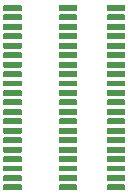
<source format=gbr>
%TF.GenerationSoftware,Altium Limited,Altium Designer,25.4.2 (15)*%
G04 Layer_Color=128*
%FSLAX45Y45*%
%MOMM*%
%TF.SameCoordinates,CEB5D3C2-0C51-4B95-AE11-DBC00170FBBE*%
%TF.FilePolarity,Positive*%
%TF.FileFunction,Paste,Bot*%
%TF.Part,Single*%
G01*
G75*
G36*
X1260579Y1333098D02*
X1264096Y1329582D01*
X1265999Y1324988D01*
Y1322502D01*
Y1297502D01*
Y1295015D01*
X1264096Y1290421D01*
X1260579Y1286905D01*
X1255985Y1285002D01*
X1116012D01*
X1111418Y1286905D01*
X1107902Y1290421D01*
X1105999Y1295015D01*
Y1297502D01*
Y1322502D01*
Y1324988D01*
X1107902Y1329582D01*
X1111418Y1333098D01*
X1116012Y1335002D01*
X1255985D01*
X1260579Y1333098D01*
D02*
G37*
G36*
X854579D02*
X858096Y1329582D01*
X859999Y1324988D01*
Y1322502D01*
Y1297502D01*
Y1295015D01*
X858096Y1290421D01*
X854579Y1286905D01*
X849985Y1285002D01*
X710012D01*
X705418Y1286905D01*
X701902Y1290421D01*
X699999Y1295015D01*
Y1297502D01*
Y1322502D01*
Y1324988D01*
X701902Y1329582D01*
X705418Y1333098D01*
X710012Y1335002D01*
X849985D01*
X854579Y1333098D01*
D02*
G37*
G36*
X384581Y1333097D02*
X388097Y1329581D01*
X390000Y1324986D01*
Y1322500D01*
Y1297500D01*
Y1295014D01*
X388097Y1290419D01*
X384581Y1286903D01*
X379986Y1285000D01*
X240013D01*
X235419Y1286903D01*
X231903Y1290419D01*
X230000Y1295014D01*
Y1297500D01*
Y1322500D01*
Y1324986D01*
X231903Y1329581D01*
X235419Y1333097D01*
X240013Y1335000D01*
X379986D01*
X384581Y1333097D01*
D02*
G37*
G36*
X1260579Y1253098D02*
X1264096Y1249582D01*
X1265999Y1244988D01*
Y1242502D01*
Y1217502D01*
Y1215015D01*
X1264096Y1210421D01*
X1260579Y1206905D01*
X1255985Y1205002D01*
X1116012D01*
X1111418Y1206905D01*
X1107902Y1210421D01*
X1105999Y1215015D01*
Y1217502D01*
Y1242502D01*
Y1244988D01*
X1107902Y1249582D01*
X1111418Y1253098D01*
X1116012Y1255002D01*
X1255985D01*
X1260579Y1253098D01*
D02*
G37*
G36*
X854579D02*
X858096Y1249582D01*
X859999Y1244988D01*
Y1242502D01*
Y1217502D01*
Y1215015D01*
X858096Y1210421D01*
X854579Y1206905D01*
X849985Y1205002D01*
X710012D01*
X705418Y1206905D01*
X701902Y1210421D01*
X699999Y1215015D01*
Y1217502D01*
Y1242502D01*
Y1244988D01*
X701902Y1249582D01*
X705418Y1253098D01*
X710012Y1255002D01*
X849985D01*
X854579Y1253098D01*
D02*
G37*
G36*
X384581Y1253097D02*
X388097Y1249581D01*
X390000Y1244986D01*
Y1242500D01*
Y1217500D01*
Y1215014D01*
X388097Y1210419D01*
X384581Y1206903D01*
X379986Y1205000D01*
X240013D01*
X235419Y1206903D01*
X231903Y1210419D01*
X230000Y1215014D01*
Y1217500D01*
Y1242500D01*
Y1244986D01*
X231903Y1249581D01*
X235419Y1253097D01*
X240013Y1255000D01*
X379986D01*
X384581Y1253097D01*
D02*
G37*
G36*
X1260579Y1173098D02*
X1264096Y1169582D01*
X1265999Y1164988D01*
Y1162502D01*
Y1137501D01*
Y1135015D01*
X1264096Y1130421D01*
X1260579Y1126905D01*
X1255985Y1125002D01*
X1116012D01*
X1111418Y1126905D01*
X1107902Y1130421D01*
X1105999Y1135015D01*
Y1137501D01*
Y1162502D01*
Y1164988D01*
X1107902Y1169582D01*
X1111418Y1173098D01*
X1116012Y1175001D01*
X1255985D01*
X1260579Y1173098D01*
D02*
G37*
G36*
X854579D02*
X858096Y1169582D01*
X859999Y1164988D01*
Y1162502D01*
Y1137501D01*
Y1135015D01*
X858096Y1130421D01*
X854579Y1126905D01*
X849985Y1125002D01*
X710012D01*
X705418Y1126905D01*
X701902Y1130421D01*
X699999Y1135015D01*
Y1137501D01*
Y1162502D01*
Y1164988D01*
X701902Y1169582D01*
X705418Y1173098D01*
X710012Y1175001D01*
X849985D01*
X854579Y1173098D01*
D02*
G37*
G36*
X384581Y1173097D02*
X388097Y1169581D01*
X390000Y1164986D01*
Y1162500D01*
Y1137500D01*
Y1135013D01*
X388097Y1130419D01*
X384581Y1126903D01*
X379986Y1125000D01*
X240013D01*
X235419Y1126903D01*
X231903Y1130419D01*
X230000Y1135013D01*
Y1137500D01*
Y1162500D01*
Y1164986D01*
X231903Y1169581D01*
X235419Y1173097D01*
X240013Y1175000D01*
X379986D01*
X384581Y1173097D01*
D02*
G37*
G36*
X1260579Y1093098D02*
X1264096Y1089582D01*
X1265999Y1084988D01*
Y1082502D01*
Y1057502D01*
Y1055015D01*
X1264096Y1050421D01*
X1260579Y1046905D01*
X1255985Y1045002D01*
X1116012D01*
X1111418Y1046905D01*
X1107902Y1050421D01*
X1105999Y1055015D01*
Y1057502D01*
Y1082502D01*
Y1084988D01*
X1107902Y1089582D01*
X1111418Y1093098D01*
X1116012Y1095002D01*
X1255985D01*
X1260579Y1093098D01*
D02*
G37*
G36*
X854579D02*
X858096Y1089582D01*
X859999Y1084988D01*
Y1082502D01*
Y1057502D01*
Y1055015D01*
X858096Y1050421D01*
X854579Y1046905D01*
X849985Y1045002D01*
X710012D01*
X705418Y1046905D01*
X701902Y1050421D01*
X699999Y1055015D01*
Y1057502D01*
Y1082502D01*
Y1084988D01*
X701902Y1089582D01*
X705418Y1093098D01*
X710012Y1095002D01*
X849985D01*
X854579Y1093098D01*
D02*
G37*
G36*
X384581Y1093097D02*
X388097Y1089581D01*
X390000Y1084986D01*
Y1082500D01*
Y1057500D01*
Y1055014D01*
X388097Y1050419D01*
X384581Y1046903D01*
X379986Y1045000D01*
X240013D01*
X235419Y1046903D01*
X231903Y1050419D01*
X230000Y1055014D01*
Y1057500D01*
Y1082500D01*
Y1084986D01*
X231903Y1089581D01*
X235419Y1093097D01*
X240013Y1095000D01*
X379986D01*
X384581Y1093097D01*
D02*
G37*
G36*
X1260579Y1013098D02*
X1264096Y1009582D01*
X1265999Y1004988D01*
Y1002502D01*
Y977501D01*
Y975015D01*
X1264096Y970421D01*
X1260579Y966905D01*
X1255985Y965002D01*
X1116012D01*
X1111418Y966905D01*
X1107902Y970421D01*
X1105999Y975015D01*
Y977501D01*
Y1002502D01*
Y1004988D01*
X1107902Y1009582D01*
X1111418Y1013098D01*
X1116012Y1015002D01*
X1255985D01*
X1260579Y1013098D01*
D02*
G37*
G36*
X854579D02*
X858096Y1009582D01*
X859999Y1004988D01*
Y1002502D01*
Y977501D01*
Y975015D01*
X858096Y970421D01*
X854579Y966905D01*
X849985Y965002D01*
X710012D01*
X705418Y966905D01*
X701902Y970421D01*
X699999Y975015D01*
Y977501D01*
Y1002502D01*
Y1004988D01*
X701902Y1009582D01*
X705418Y1013098D01*
X710012Y1015002D01*
X849985D01*
X854579Y1013098D01*
D02*
G37*
G36*
X384581Y1013097D02*
X388097Y1009581D01*
X390000Y1004986D01*
Y1002500D01*
Y977500D01*
Y975014D01*
X388097Y970419D01*
X384581Y966903D01*
X379986Y965000D01*
X240013D01*
X235419Y966903D01*
X231903Y970419D01*
X230000Y975014D01*
Y977500D01*
Y1002500D01*
Y1004986D01*
X231903Y1009581D01*
X235419Y1013097D01*
X240013Y1015000D01*
X379986D01*
X384581Y1013097D01*
D02*
G37*
G36*
X1260579Y933098D02*
X1264096Y929582D01*
X1265999Y924988D01*
Y922502D01*
Y897501D01*
Y895015D01*
X1264096Y890421D01*
X1260579Y886904D01*
X1255985Y885002D01*
X1116012D01*
X1111418Y886904D01*
X1107902Y890421D01*
X1105999Y895015D01*
Y897501D01*
Y922502D01*
Y924988D01*
X1107902Y929582D01*
X1111418Y933098D01*
X1116012Y935001D01*
X1255985D01*
X1260579Y933098D01*
D02*
G37*
G36*
X854579D02*
X858096Y929582D01*
X859999Y924988D01*
Y922502D01*
Y897501D01*
Y895015D01*
X858096Y890421D01*
X854579Y886904D01*
X849985Y885002D01*
X710012D01*
X705418Y886904D01*
X701902Y890421D01*
X699999Y895015D01*
Y897501D01*
Y922502D01*
Y924988D01*
X701902Y929582D01*
X705418Y933098D01*
X710012Y935001D01*
X849985D01*
X854579Y933098D01*
D02*
G37*
G36*
X384581Y933097D02*
X388097Y929581D01*
X390000Y924986D01*
Y922500D01*
Y897500D01*
Y895013D01*
X388097Y890419D01*
X384581Y886903D01*
X379986Y885000D01*
X240013D01*
X235419Y886903D01*
X231903Y890419D01*
X230000Y895013D01*
Y897500D01*
Y922500D01*
Y924986D01*
X231903Y929581D01*
X235419Y933097D01*
X240013Y935000D01*
X379986D01*
X384581Y933097D01*
D02*
G37*
G36*
X1260579Y853098D02*
X1264096Y849582D01*
X1265999Y844988D01*
Y842502D01*
Y817502D01*
Y815015D01*
X1264096Y810421D01*
X1260579Y806905D01*
X1255985Y805002D01*
X1116012D01*
X1111418Y806905D01*
X1107902Y810421D01*
X1105999Y815015D01*
Y817502D01*
Y842502D01*
Y844988D01*
X1107902Y849582D01*
X1111418Y853098D01*
X1116012Y855002D01*
X1255985D01*
X1260579Y853098D01*
D02*
G37*
G36*
X854579D02*
X858096Y849582D01*
X859999Y844988D01*
Y842502D01*
Y817502D01*
Y815015D01*
X858096Y810421D01*
X854579Y806905D01*
X849985Y805002D01*
X710012D01*
X705418Y806905D01*
X701902Y810421D01*
X699999Y815015D01*
Y817502D01*
Y842502D01*
Y844988D01*
X701902Y849582D01*
X705418Y853098D01*
X710012Y855002D01*
X849985D01*
X854579Y853098D01*
D02*
G37*
G36*
X384581Y853097D02*
X388097Y849581D01*
X390000Y844986D01*
Y842500D01*
Y817500D01*
Y815014D01*
X388097Y810419D01*
X384581Y806903D01*
X379986Y805000D01*
X240013D01*
X235419Y806903D01*
X231903Y810419D01*
X230000Y815014D01*
Y817500D01*
Y842500D01*
Y844986D01*
X231903Y849581D01*
X235419Y853097D01*
X240013Y855000D01*
X379986D01*
X384581Y853097D01*
D02*
G37*
G36*
X1260579Y773099D02*
X1264096Y769582D01*
X1265999Y764988D01*
Y762502D01*
Y737502D01*
Y735015D01*
X1264096Y730421D01*
X1260579Y726905D01*
X1255985Y725002D01*
X1116012D01*
X1111418Y726905D01*
X1107902Y730421D01*
X1105999Y735015D01*
Y737502D01*
Y762502D01*
Y764988D01*
X1107902Y769582D01*
X1111418Y773099D01*
X1116012Y775002D01*
X1255985D01*
X1260579Y773099D01*
D02*
G37*
G36*
X854579D02*
X858096Y769582D01*
X859999Y764988D01*
Y762502D01*
Y737502D01*
Y735015D01*
X858096Y730421D01*
X854579Y726905D01*
X849985Y725002D01*
X710012D01*
X705418Y726905D01*
X701902Y730421D01*
X699999Y735015D01*
Y737502D01*
Y762502D01*
Y764988D01*
X701902Y769582D01*
X705418Y773099D01*
X710012Y775002D01*
X849985D01*
X854579Y773099D01*
D02*
G37*
G36*
X384581Y773097D02*
X388097Y769581D01*
X390000Y764987D01*
Y762500D01*
Y737500D01*
Y735014D01*
X388097Y730419D01*
X384581Y726903D01*
X379986Y725000D01*
X240013D01*
X235419Y726903D01*
X231903Y730419D01*
X230000Y735014D01*
Y737500D01*
Y762500D01*
Y764987D01*
X231903Y769581D01*
X235419Y773097D01*
X240013Y775000D01*
X379986D01*
X384581Y773097D01*
D02*
G37*
G36*
X1260579Y693098D02*
X1264096Y689582D01*
X1265999Y684988D01*
Y682502D01*
Y657501D01*
Y655015D01*
X1264096Y650421D01*
X1260579Y646904D01*
X1255985Y645002D01*
X1116012D01*
X1111418Y646904D01*
X1107902Y650421D01*
X1105999Y655015D01*
Y657501D01*
Y682502D01*
Y684988D01*
X1107902Y689582D01*
X1111418Y693098D01*
X1116012Y695001D01*
X1255985D01*
X1260579Y693098D01*
D02*
G37*
G36*
X854579D02*
X858096Y689582D01*
X859999Y684988D01*
Y682502D01*
Y657501D01*
Y655015D01*
X858096Y650421D01*
X854579Y646904D01*
X849985Y645002D01*
X710012D01*
X705418Y646904D01*
X701902Y650421D01*
X699999Y655015D01*
Y657501D01*
Y682502D01*
Y684988D01*
X701902Y689582D01*
X705418Y693098D01*
X710012Y695001D01*
X849985D01*
X854579Y693098D01*
D02*
G37*
G36*
X384581Y693097D02*
X388097Y689581D01*
X390000Y684986D01*
Y682500D01*
Y657500D01*
Y655013D01*
X388097Y650419D01*
X384581Y646903D01*
X379986Y645000D01*
X240013D01*
X235419Y646903D01*
X231903Y650419D01*
X230000Y655013D01*
Y657500D01*
Y682500D01*
Y684986D01*
X231903Y689581D01*
X235419Y693097D01*
X240013Y695000D01*
X379986D01*
X384581Y693097D01*
D02*
G37*
G36*
X1260579Y613098D02*
X1264096Y609582D01*
X1265999Y604988D01*
Y602502D01*
Y577502D01*
Y575015D01*
X1264096Y570421D01*
X1260579Y566905D01*
X1255985Y565002D01*
X1116012D01*
X1111418Y566905D01*
X1107902Y570421D01*
X1105999Y575015D01*
Y577502D01*
Y602502D01*
Y604988D01*
X1107902Y609582D01*
X1111418Y613098D01*
X1116012Y615002D01*
X1255985D01*
X1260579Y613098D01*
D02*
G37*
G36*
X854579D02*
X858096Y609582D01*
X859999Y604988D01*
Y602502D01*
Y577502D01*
Y575015D01*
X858096Y570421D01*
X854579Y566905D01*
X849985Y565002D01*
X710012D01*
X705418Y566905D01*
X701902Y570421D01*
X699999Y575015D01*
Y577502D01*
Y602502D01*
Y604988D01*
X701902Y609582D01*
X705418Y613098D01*
X710012Y615002D01*
X849985D01*
X854579Y613098D01*
D02*
G37*
G36*
X384581Y613097D02*
X388097Y609581D01*
X390000Y604986D01*
Y602500D01*
Y577500D01*
Y575014D01*
X388097Y570419D01*
X384581Y566903D01*
X379986Y565000D01*
X240013D01*
X235419Y566903D01*
X231903Y570419D01*
X230000Y575014D01*
Y577500D01*
Y602500D01*
Y604986D01*
X231903Y609581D01*
X235419Y613097D01*
X240013Y615000D01*
X379986D01*
X384581Y613097D01*
D02*
G37*
G36*
X1260579Y2133098D02*
X1264096Y2129582D01*
X1265999Y2124988D01*
Y2122502D01*
Y2097502D01*
Y2095015D01*
X1264096Y2090421D01*
X1260579Y2086905D01*
X1255985Y2085002D01*
X1116012D01*
X1111418Y2086905D01*
X1107902Y2090421D01*
X1105999Y2095015D01*
Y2097502D01*
Y2122502D01*
Y2124988D01*
X1107902Y2129582D01*
X1111418Y2133098D01*
X1116012Y2135002D01*
X1255985D01*
X1260579Y2133098D01*
D02*
G37*
G36*
X854579D02*
X858096Y2129582D01*
X859999Y2124988D01*
Y2122502D01*
Y2097502D01*
Y2095015D01*
X858096Y2090421D01*
X854579Y2086905D01*
X849985Y2085002D01*
X710012D01*
X705418Y2086905D01*
X701902Y2090421D01*
X699999Y2095015D01*
Y2097502D01*
Y2122502D01*
Y2124988D01*
X701902Y2129582D01*
X705418Y2133098D01*
X710012Y2135002D01*
X849985D01*
X854579Y2133098D01*
D02*
G37*
G36*
X384581Y2133097D02*
X388097Y2129581D01*
X390000Y2124986D01*
Y2122500D01*
Y2097500D01*
Y2095014D01*
X388097Y2090419D01*
X384581Y2086903D01*
X379986Y2085000D01*
X240013D01*
X235419Y2086903D01*
X231903Y2090419D01*
X230000Y2095014D01*
Y2097500D01*
Y2122500D01*
Y2124986D01*
X231903Y2129581D01*
X235419Y2133097D01*
X240013Y2135000D01*
X379986D01*
X384581Y2133097D01*
D02*
G37*
G36*
X1260579Y2053098D02*
X1264096Y2049582D01*
X1265999Y2044988D01*
Y2042502D01*
Y2017501D01*
Y2015015D01*
X1264096Y2010421D01*
X1260579Y2006905D01*
X1255985Y2005002D01*
X1116012D01*
X1111418Y2006905D01*
X1107902Y2010421D01*
X1105999Y2015015D01*
Y2017501D01*
Y2042502D01*
Y2044988D01*
X1107902Y2049582D01*
X1111418Y2053098D01*
X1116012Y2055001D01*
X1255985D01*
X1260579Y2053098D01*
D02*
G37*
G36*
X854579D02*
X858096Y2049582D01*
X859999Y2044988D01*
Y2042502D01*
Y2017501D01*
Y2015015D01*
X858096Y2010421D01*
X854579Y2006905D01*
X849985Y2005002D01*
X710012D01*
X705418Y2006905D01*
X701902Y2010421D01*
X699999Y2015015D01*
Y2017501D01*
Y2042502D01*
Y2044988D01*
X701902Y2049582D01*
X705418Y2053098D01*
X710012Y2055001D01*
X849985D01*
X854579Y2053098D01*
D02*
G37*
G36*
X384581Y2053097D02*
X388097Y2049581D01*
X390000Y2044986D01*
Y2042500D01*
Y2017500D01*
Y2015013D01*
X388097Y2010419D01*
X384581Y2006903D01*
X379986Y2005000D01*
X240013D01*
X235419Y2006903D01*
X231903Y2010419D01*
X230000Y2015013D01*
Y2017500D01*
Y2042500D01*
Y2044986D01*
X231903Y2049581D01*
X235419Y2053097D01*
X240013Y2055000D01*
X379986D01*
X384581Y2053097D01*
D02*
G37*
G36*
X1260579Y1973098D02*
X1264096Y1969582D01*
X1265999Y1964988D01*
Y1962502D01*
Y1937502D01*
Y1935015D01*
X1264096Y1930421D01*
X1260579Y1926905D01*
X1255985Y1925002D01*
X1116012D01*
X1111418Y1926905D01*
X1107902Y1930421D01*
X1105999Y1935015D01*
Y1937502D01*
Y1962502D01*
Y1964988D01*
X1107902Y1969582D01*
X1111418Y1973098D01*
X1116012Y1975002D01*
X1255985D01*
X1260579Y1973098D01*
D02*
G37*
G36*
X854579D02*
X858096Y1969582D01*
X859999Y1964988D01*
Y1962502D01*
Y1937502D01*
Y1935015D01*
X858096Y1930421D01*
X854579Y1926905D01*
X849985Y1925002D01*
X710012D01*
X705418Y1926905D01*
X701902Y1930421D01*
X699999Y1935015D01*
Y1937502D01*
Y1962502D01*
Y1964988D01*
X701902Y1969582D01*
X705418Y1973098D01*
X710012Y1975002D01*
X849985D01*
X854579Y1973098D01*
D02*
G37*
G36*
X384581Y1973097D02*
X388097Y1969581D01*
X390000Y1964986D01*
Y1962500D01*
Y1937500D01*
Y1935014D01*
X388097Y1930419D01*
X384581Y1926903D01*
X379986Y1925000D01*
X240013D01*
X235419Y1926903D01*
X231903Y1930419D01*
X230000Y1935014D01*
Y1937500D01*
Y1962500D01*
Y1964986D01*
X231903Y1969581D01*
X235419Y1973097D01*
X240013Y1975000D01*
X379986D01*
X384581Y1973097D01*
D02*
G37*
G36*
X1260579Y1893098D02*
X1264096Y1889582D01*
X1265999Y1884988D01*
Y1882502D01*
Y1857501D01*
Y1855015D01*
X1264096Y1850421D01*
X1260579Y1846905D01*
X1255985Y1845002D01*
X1116012D01*
X1111418Y1846905D01*
X1107902Y1850421D01*
X1105999Y1855015D01*
Y1857501D01*
Y1882502D01*
Y1884988D01*
X1107902Y1889582D01*
X1111418Y1893098D01*
X1116012Y1895002D01*
X1255985D01*
X1260579Y1893098D01*
D02*
G37*
G36*
X854579D02*
X858096Y1889582D01*
X859999Y1884988D01*
Y1882502D01*
Y1857501D01*
Y1855015D01*
X858096Y1850421D01*
X854579Y1846905D01*
X849985Y1845002D01*
X710012D01*
X705418Y1846905D01*
X701902Y1850421D01*
X699999Y1855015D01*
Y1857501D01*
Y1882502D01*
Y1884988D01*
X701902Y1889582D01*
X705418Y1893098D01*
X710012Y1895002D01*
X849985D01*
X854579Y1893098D01*
D02*
G37*
G36*
X384581Y1893097D02*
X388097Y1889581D01*
X390000Y1884986D01*
Y1882500D01*
Y1857500D01*
Y1855014D01*
X388097Y1850419D01*
X384581Y1846903D01*
X379986Y1845000D01*
X240013D01*
X235419Y1846903D01*
X231903Y1850419D01*
X230000Y1855014D01*
Y1857500D01*
Y1882500D01*
Y1884986D01*
X231903Y1889581D01*
X235419Y1893097D01*
X240013Y1895000D01*
X379986D01*
X384581Y1893097D01*
D02*
G37*
G36*
X1260579Y1813098D02*
X1264096Y1809582D01*
X1265999Y1804988D01*
Y1802502D01*
Y1777502D01*
Y1775015D01*
X1264096Y1770421D01*
X1260579Y1766905D01*
X1255985Y1765002D01*
X1116012D01*
X1111418Y1766905D01*
X1107902Y1770421D01*
X1105999Y1775015D01*
Y1777502D01*
Y1802502D01*
Y1804988D01*
X1107902Y1809582D01*
X1111418Y1813098D01*
X1116012Y1815002D01*
X1255985D01*
X1260579Y1813098D01*
D02*
G37*
G36*
X854579D02*
X858096Y1809582D01*
X859999Y1804988D01*
Y1802502D01*
Y1777502D01*
Y1775015D01*
X858096Y1770421D01*
X854579Y1766905D01*
X849985Y1765002D01*
X710012D01*
X705418Y1766905D01*
X701902Y1770421D01*
X699999Y1775015D01*
Y1777502D01*
Y1802502D01*
Y1804988D01*
X701902Y1809582D01*
X705418Y1813098D01*
X710012Y1815002D01*
X849985D01*
X854579Y1813098D01*
D02*
G37*
G36*
X384581Y1813097D02*
X388097Y1809581D01*
X390000Y1804986D01*
Y1802500D01*
Y1777500D01*
Y1775014D01*
X388097Y1770419D01*
X384581Y1766903D01*
X379986Y1765000D01*
X240013D01*
X235419Y1766903D01*
X231903Y1770419D01*
X230000Y1775014D01*
Y1777500D01*
Y1802500D01*
Y1804986D01*
X231903Y1809581D01*
X235419Y1813097D01*
X240013Y1815000D01*
X379986D01*
X384581Y1813097D01*
D02*
G37*
G36*
X1260579Y1733098D02*
X1264096Y1729582D01*
X1265999Y1724988D01*
Y1722502D01*
Y1697502D01*
Y1695015D01*
X1264096Y1690421D01*
X1260579Y1686905D01*
X1255985Y1685002D01*
X1116012D01*
X1111418Y1686905D01*
X1107902Y1690421D01*
X1105999Y1695015D01*
Y1697502D01*
Y1722502D01*
Y1724988D01*
X1107902Y1729582D01*
X1111418Y1733098D01*
X1116012Y1735002D01*
X1255985D01*
X1260579Y1733098D01*
D02*
G37*
G36*
X854579D02*
X858096Y1729582D01*
X859999Y1724988D01*
Y1722502D01*
Y1697502D01*
Y1695015D01*
X858096Y1690421D01*
X854579Y1686905D01*
X849985Y1685002D01*
X710012D01*
X705418Y1686905D01*
X701902Y1690421D01*
X699999Y1695015D01*
Y1697502D01*
Y1722502D01*
Y1724988D01*
X701902Y1729582D01*
X705418Y1733098D01*
X710012Y1735002D01*
X849985D01*
X854579Y1733098D01*
D02*
G37*
G36*
X384581Y1733097D02*
X388097Y1729581D01*
X390000Y1724986D01*
Y1722500D01*
Y1697500D01*
Y1695014D01*
X388097Y1690419D01*
X384581Y1686903D01*
X379986Y1685000D01*
X240013D01*
X235419Y1686903D01*
X231903Y1690419D01*
X230000Y1695014D01*
Y1697500D01*
Y1722500D01*
Y1724986D01*
X231903Y1729581D01*
X235419Y1733097D01*
X240013Y1735000D01*
X379986D01*
X384581Y1733097D01*
D02*
G37*
G36*
X1260579Y1653098D02*
X1264096Y1649582D01*
X1265999Y1644988D01*
Y1642502D01*
Y1617501D01*
Y1615015D01*
X1264096Y1610421D01*
X1260579Y1606905D01*
X1255985Y1605002D01*
X1116012D01*
X1111418Y1606905D01*
X1107902Y1610421D01*
X1105999Y1615015D01*
Y1617501D01*
Y1642502D01*
Y1644988D01*
X1107902Y1649582D01*
X1111418Y1653098D01*
X1116012Y1655002D01*
X1255985D01*
X1260579Y1653098D01*
D02*
G37*
G36*
X854579D02*
X858096Y1649582D01*
X859999Y1644988D01*
Y1642502D01*
Y1617501D01*
Y1615015D01*
X858096Y1610421D01*
X854579Y1606905D01*
X849985Y1605002D01*
X710012D01*
X705418Y1606905D01*
X701902Y1610421D01*
X699999Y1615015D01*
Y1617501D01*
Y1642502D01*
Y1644988D01*
X701902Y1649582D01*
X705418Y1653098D01*
X710012Y1655002D01*
X849985D01*
X854579Y1653098D01*
D02*
G37*
G36*
X384581Y1653097D02*
X388097Y1649581D01*
X390000Y1644986D01*
Y1642500D01*
Y1617500D01*
Y1615014D01*
X388097Y1610419D01*
X384581Y1606903D01*
X379986Y1605000D01*
X240013D01*
X235419Y1606903D01*
X231903Y1610419D01*
X230000Y1615014D01*
Y1617500D01*
Y1642500D01*
Y1644986D01*
X231903Y1649581D01*
X235419Y1653097D01*
X240013Y1655000D01*
X379986D01*
X384581Y1653097D01*
D02*
G37*
G36*
X1260579Y1573098D02*
X1264096Y1569582D01*
X1265999Y1564988D01*
Y1562502D01*
Y1537502D01*
Y1535015D01*
X1264096Y1530421D01*
X1260579Y1526905D01*
X1255985Y1525002D01*
X1116012D01*
X1111418Y1526905D01*
X1107902Y1530421D01*
X1105999Y1535015D01*
Y1537502D01*
Y1562502D01*
Y1564988D01*
X1107902Y1569582D01*
X1111418Y1573098D01*
X1116012Y1575002D01*
X1255985D01*
X1260579Y1573098D01*
D02*
G37*
G36*
X854579D02*
X858096Y1569582D01*
X859999Y1564988D01*
Y1562502D01*
Y1537502D01*
Y1535015D01*
X858096Y1530421D01*
X854579Y1526905D01*
X849985Y1525002D01*
X710012D01*
X705418Y1526905D01*
X701902Y1530421D01*
X699999Y1535015D01*
Y1537502D01*
Y1562502D01*
Y1564988D01*
X701902Y1569582D01*
X705418Y1573098D01*
X710012Y1575002D01*
X849985D01*
X854579Y1573098D01*
D02*
G37*
G36*
X384581Y1573097D02*
X388097Y1569581D01*
X390000Y1564986D01*
Y1562500D01*
Y1537500D01*
Y1535014D01*
X388097Y1530419D01*
X384581Y1526903D01*
X379986Y1525000D01*
X240013D01*
X235419Y1526903D01*
X231903Y1530419D01*
X230000Y1535014D01*
Y1537500D01*
Y1562500D01*
Y1564986D01*
X231903Y1569581D01*
X235419Y1573097D01*
X240013Y1575000D01*
X379986D01*
X384581Y1573097D01*
D02*
G37*
G36*
X1260579Y1493098D02*
X1264096Y1489582D01*
X1265999Y1484988D01*
Y1482502D01*
Y1457502D01*
Y1455015D01*
X1264096Y1450421D01*
X1260579Y1446905D01*
X1255985Y1445002D01*
X1116012D01*
X1111418Y1446905D01*
X1107902Y1450421D01*
X1105999Y1455015D01*
Y1457502D01*
Y1482502D01*
Y1484988D01*
X1107902Y1489582D01*
X1111418Y1493098D01*
X1116012Y1495002D01*
X1255985D01*
X1260579Y1493098D01*
D02*
G37*
G36*
X854579D02*
X858096Y1489582D01*
X859999Y1484988D01*
Y1482502D01*
Y1457502D01*
Y1455015D01*
X858096Y1450421D01*
X854579Y1446905D01*
X849985Y1445002D01*
X710012D01*
X705418Y1446905D01*
X701902Y1450421D01*
X699999Y1455015D01*
Y1457502D01*
Y1482502D01*
Y1484988D01*
X701902Y1489582D01*
X705418Y1493098D01*
X710012Y1495002D01*
X849985D01*
X854579Y1493098D01*
D02*
G37*
G36*
X384581Y1493097D02*
X388097Y1489581D01*
X390000Y1484986D01*
Y1482500D01*
Y1457500D01*
Y1455014D01*
X388097Y1450419D01*
X384581Y1446903D01*
X379986Y1445000D01*
X240013D01*
X235419Y1446903D01*
X231903Y1450419D01*
X230000Y1455014D01*
Y1457500D01*
Y1482500D01*
Y1484986D01*
X231903Y1489581D01*
X235419Y1493097D01*
X240013Y1495000D01*
X379986D01*
X384581Y1493097D01*
D02*
G37*
G36*
X1260579Y1413098D02*
X1264096Y1409582D01*
X1265999Y1404988D01*
Y1402502D01*
Y1377501D01*
Y1375015D01*
X1264096Y1370421D01*
X1260579Y1366905D01*
X1255985Y1365002D01*
X1116012D01*
X1111418Y1366905D01*
X1107902Y1370421D01*
X1105999Y1375015D01*
Y1377501D01*
Y1402502D01*
Y1404988D01*
X1107902Y1409582D01*
X1111418Y1413098D01*
X1116012Y1415001D01*
X1255985D01*
X1260579Y1413098D01*
D02*
G37*
G36*
X854579D02*
X858096Y1409582D01*
X859999Y1404988D01*
Y1402502D01*
Y1377501D01*
Y1375015D01*
X858096Y1370421D01*
X854579Y1366905D01*
X849985Y1365002D01*
X710012D01*
X705418Y1366905D01*
X701902Y1370421D01*
X699999Y1375015D01*
Y1377501D01*
Y1402502D01*
Y1404988D01*
X701902Y1409582D01*
X705418Y1413098D01*
X710012Y1415001D01*
X849985D01*
X854579Y1413098D01*
D02*
G37*
G36*
X384581Y1413097D02*
X388097Y1409581D01*
X390000Y1404986D01*
Y1402500D01*
Y1377500D01*
Y1375014D01*
X388097Y1370419D01*
X384581Y1366903D01*
X379986Y1365000D01*
X240013D01*
X235419Y1366903D01*
X231903Y1370419D01*
X230000Y1375014D01*
Y1377500D01*
Y1402500D01*
Y1404986D01*
X231903Y1409581D01*
X235419Y1413097D01*
X240013Y1415000D01*
X379986D01*
X384581Y1413097D01*
D02*
G37*
%TF.MD5,8d2330a6d1f6a6b2b74fa4ceddcd37c1*%
M02*

</source>
